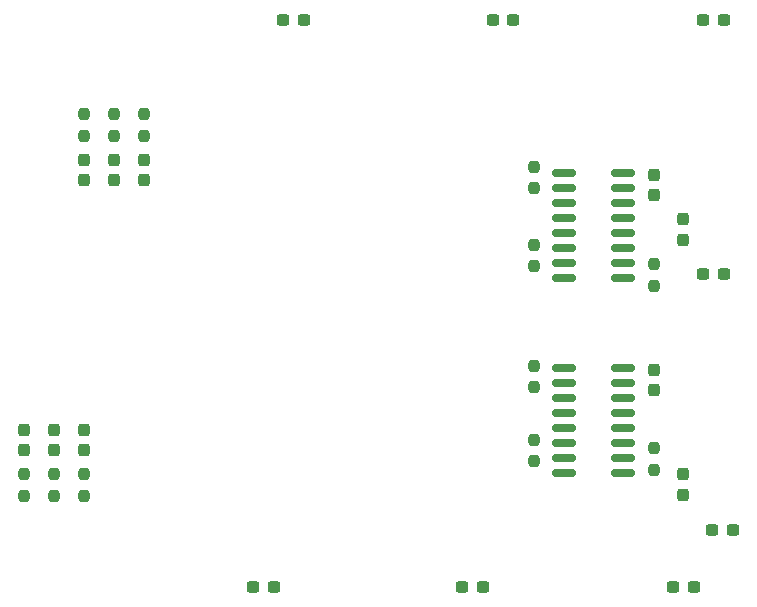
<source format=gbr>
G04 #@! TF.GenerationSoftware,KiCad,Pcbnew,(6.0.1)*
G04 #@! TF.CreationDate,2022-01-30T22:17:43+01:00*
G04 #@! TF.ProjectId,Teensy41_DualMotor,5465656e-7379-4343-915f-4475616c4d6f,1*
G04 #@! TF.SameCoordinates,Original*
G04 #@! TF.FileFunction,Paste,Top*
G04 #@! TF.FilePolarity,Positive*
%FSLAX46Y46*%
G04 Gerber Fmt 4.6, Leading zero omitted, Abs format (unit mm)*
G04 Created by KiCad (PCBNEW (6.0.1)) date 2022-01-30 22:17:43*
%MOMM*%
%LPD*%
G01*
G04 APERTURE LIST*
G04 Aperture macros list*
%AMRoundRect*
0 Rectangle with rounded corners*
0 $1 Rounding radius*
0 $2 $3 $4 $5 $6 $7 $8 $9 X,Y pos of 4 corners*
0 Add a 4 corners polygon primitive as box body*
4,1,4,$2,$3,$4,$5,$6,$7,$8,$9,$2,$3,0*
0 Add four circle primitives for the rounded corners*
1,1,$1+$1,$2,$3*
1,1,$1+$1,$4,$5*
1,1,$1+$1,$6,$7*
1,1,$1+$1,$8,$9*
0 Add four rect primitives between the rounded corners*
20,1,$1+$1,$2,$3,$4,$5,0*
20,1,$1+$1,$4,$5,$6,$7,0*
20,1,$1+$1,$6,$7,$8,$9,0*
20,1,$1+$1,$8,$9,$2,$3,0*%
G04 Aperture macros list end*
%ADD10RoundRect,0.237500X-0.237500X0.250000X-0.237500X-0.250000X0.237500X-0.250000X0.237500X0.250000X0*%
%ADD11RoundRect,0.237500X0.237500X-0.300000X0.237500X0.300000X-0.237500X0.300000X-0.237500X-0.300000X0*%
%ADD12RoundRect,0.237500X0.237500X-0.250000X0.237500X0.250000X-0.237500X0.250000X-0.237500X-0.250000X0*%
%ADD13RoundRect,0.150000X-0.825000X-0.150000X0.825000X-0.150000X0.825000X0.150000X-0.825000X0.150000X0*%
%ADD14RoundRect,0.237500X-0.237500X0.300000X-0.237500X-0.300000X0.237500X-0.300000X0.237500X0.300000X0*%
%ADD15RoundRect,0.237500X-0.300000X-0.237500X0.300000X-0.237500X0.300000X0.237500X-0.300000X0.237500X0*%
%ADD16RoundRect,0.237500X0.300000X0.237500X-0.300000X0.237500X-0.300000X-0.237500X0.300000X-0.237500X0*%
G04 APERTURE END LIST*
D10*
X82550000Y-98147500D03*
X82550000Y-99972500D03*
X118110000Y-109220000D03*
X118110000Y-111045000D03*
X85090000Y-98147500D03*
X85090000Y-99972500D03*
D11*
X82550000Y-103732500D03*
X82550000Y-102007500D03*
D10*
X128270000Y-110847500D03*
X128270000Y-112672500D03*
X80010000Y-98147500D03*
X80010000Y-99972500D03*
X128270000Y-126445000D03*
X128270000Y-128270000D03*
D12*
X77470000Y-130452500D03*
X77470000Y-128627500D03*
D13*
X120715000Y-103147500D03*
X120715000Y-104417500D03*
X120715000Y-105687500D03*
X120715000Y-106957500D03*
X120715000Y-108227500D03*
X120715000Y-109497500D03*
X120715000Y-110767500D03*
X120715000Y-112037500D03*
X125665000Y-112037500D03*
X125665000Y-110767500D03*
X125665000Y-109497500D03*
X125665000Y-108227500D03*
X125665000Y-106957500D03*
X125665000Y-105687500D03*
X125665000Y-104417500D03*
X125665000Y-103147500D03*
D11*
X130790000Y-130372500D03*
X130790000Y-128647500D03*
D14*
X80010000Y-124867500D03*
X80010000Y-126592500D03*
D11*
X80010000Y-103732500D03*
X80010000Y-102007500D03*
X128270000Y-105002500D03*
X128270000Y-103277500D03*
D12*
X80010000Y-130452500D03*
X80010000Y-128627500D03*
X118110000Y-121285000D03*
X118110000Y-119460000D03*
X74930000Y-130452500D03*
X74930000Y-128627500D03*
D15*
X133249500Y-133350000D03*
X134974500Y-133350000D03*
D12*
X118110000Y-104417500D03*
X118110000Y-102592500D03*
D15*
X132487500Y-111700000D03*
X134212500Y-111700000D03*
X112067000Y-138176000D03*
X113792000Y-138176000D03*
D13*
X120715000Y-119657500D03*
X120715000Y-120927500D03*
X120715000Y-122197500D03*
X120715000Y-123467500D03*
X120715000Y-124737500D03*
X120715000Y-126007500D03*
X120715000Y-127277500D03*
X120715000Y-128547500D03*
X125665000Y-128547500D03*
X125665000Y-127277500D03*
X125665000Y-126007500D03*
X125665000Y-124737500D03*
X125665000Y-123467500D03*
X125665000Y-122197500D03*
X125665000Y-120927500D03*
X125665000Y-119657500D03*
D11*
X130790000Y-108782500D03*
X130790000Y-107057500D03*
D10*
X118110000Y-125730000D03*
X118110000Y-127555000D03*
D14*
X74930000Y-124867500D03*
X74930000Y-126592500D03*
D15*
X94387500Y-138176000D03*
X96112500Y-138176000D03*
D11*
X128270000Y-121512500D03*
X128270000Y-119787500D03*
X85090000Y-103732500D03*
X85090000Y-102007500D03*
D14*
X77470000Y-124867500D03*
X77470000Y-126592500D03*
D15*
X129947500Y-138176000D03*
X131672500Y-138176000D03*
D16*
X116402500Y-90170000D03*
X114677500Y-90170000D03*
X98652500Y-90170000D03*
X96927500Y-90170000D03*
X134212500Y-90170000D03*
X132487500Y-90170000D03*
M02*

</source>
